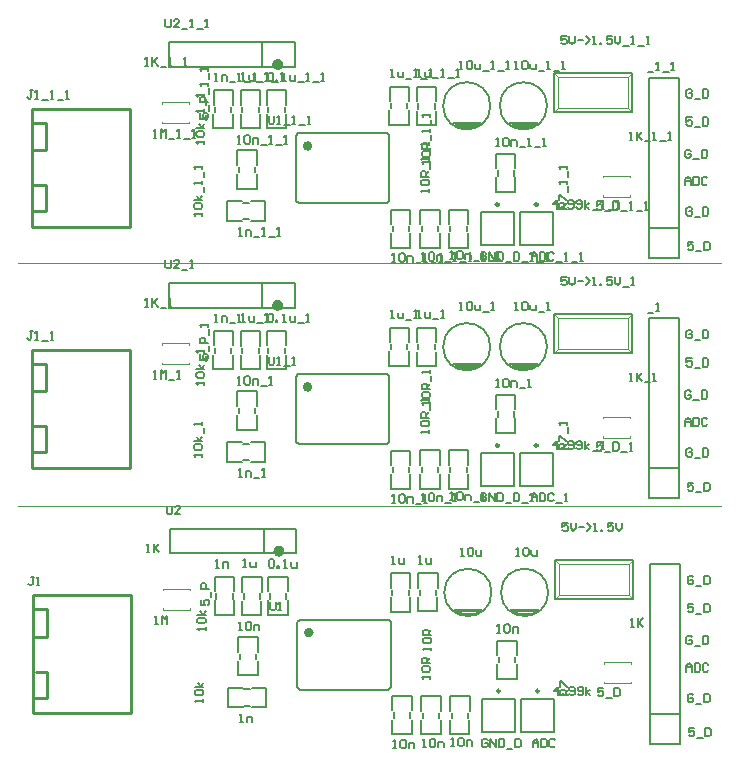
<source format=gto>
G04 Layer_Color=65535*
%FSTAX24Y24*%
%MOIN*%
G70*
G01*
G75*
%ADD19C,0.0197*%
%ADD29C,0.0100*%
%ADD30C,0.0098*%
%ADD31C,0.0079*%
%ADD32C,0.0020*%
%ADD33C,0.0040*%
%ADD34C,0.0070*%
G36*
X019728Y007461D02*
X01976Y00743D01*
X019777Y007389D01*
Y007366D01*
Y007344D01*
X01976Y007303D01*
X019728Y007272D01*
X019687Y007255D01*
X019643D01*
X019601Y007272D01*
X01957Y007303D01*
X019553Y007344D01*
Y007366D01*
Y007389D01*
X01957Y00743D01*
X019601Y007461D01*
X019643Y007478D01*
X019687D01*
X019728Y007461D01*
D02*
G37*
G36*
X019689Y01565D02*
X01972Y015619D01*
X019737Y015578D01*
Y015555D01*
Y015533D01*
X01972Y015492D01*
X019689Y015461D01*
X019648Y015444D01*
X019603D01*
X019562Y015461D01*
X019531Y015492D01*
X019514Y015533D01*
Y015555D01*
Y015578D01*
X019531Y015619D01*
X019562Y01565D01*
X019603Y015667D01*
X019648D01*
X019689Y01565D01*
D02*
G37*
G36*
X019689Y023682D02*
X01972Y02365D01*
X019737Y023609D01*
Y023587D01*
Y023565D01*
X01972Y023524D01*
X019689Y023492D01*
X019648Y023475D01*
X019603D01*
X019562Y023492D01*
X019531Y023524D01*
X019514Y023565D01*
Y023587D01*
Y023609D01*
X019531Y02365D01*
X019562Y023682D01*
X019603Y023699D01*
X019648D01*
X019689Y023682D01*
D02*
G37*
D19*
X018706Y026327D02*
G03*
X01871Y026299I-000084J-000028D01*
G01*
X018706Y018296D02*
G03*
X01871Y018268I-000084J-000028D01*
G01*
X018745Y010107D02*
G03*
X018749Y010079I-000084J-000028D01*
G01*
D29*
X019731Y023582D02*
G03*
X019731Y023582I-000112J0D01*
G01*
X019731Y01555D02*
G03*
X019731Y01555I-000112J0D01*
G01*
X01977Y007361D02*
G03*
X01977Y007361I-000112J0D01*
G01*
X010433Y024827D02*
X013701D01*
X010433Y02089D02*
Y024827D01*
Y02089D02*
X013701D01*
Y024827D01*
X010433Y024354D02*
X010906D01*
Y023449D02*
Y024354D01*
X010472Y023449D02*
X010906D01*
X010512Y022268D02*
X010906D01*
Y021402D02*
Y022268D01*
X010472Y021402D02*
X010906D01*
X010433Y016795D02*
X013701D01*
X010433Y012858D02*
Y016795D01*
Y012858D02*
X013701D01*
Y016795D01*
X010433Y016323D02*
X010906D01*
Y015417D02*
Y016323D01*
X010472Y015417D02*
X010906D01*
X010512Y014236D02*
X010906D01*
Y01337D02*
Y014236D01*
X010472Y01337D02*
X010906D01*
X010472Y008606D02*
X01374D01*
X010472Y004669D02*
Y008606D01*
Y004669D02*
X01374D01*
Y008606D01*
X010472Y008134D02*
X010945D01*
Y007228D02*
Y008134D01*
X010512Y007228D02*
X010945D01*
X010551Y006047D02*
X010945D01*
Y005181D02*
Y006047D01*
X010512Y005181D02*
X010945D01*
D30*
X027293Y021634D02*
G03*
X027293Y021634I-000049J0D01*
G01*
X025994D02*
G03*
X025994Y021634I-000049J0D01*
G01*
X025994Y013602D02*
G03*
X025994Y013602I-000049J0D01*
G01*
X027293D02*
G03*
X027293Y013602I-000049J0D01*
G01*
X027333Y005413D02*
G03*
X027333Y005413I-000049J0D01*
G01*
X026033D02*
G03*
X026033Y005413I-000049J0D01*
G01*
D31*
X025709Y024921D02*
G03*
X025709Y024921I-000787J0D01*
G01*
X027598D02*
G03*
X027598Y024921I-000787J0D01*
G01*
X027598Y01689D02*
G03*
X027598Y01689I-000787J0D01*
G01*
X025709D02*
G03*
X025709Y01689I-000787J0D01*
G01*
X025748Y008701D02*
G03*
X025748Y008701I-000787J0D01*
G01*
X027638D02*
G03*
X027638Y008701I-000787J0D01*
G01*
X027827Y024705D02*
Y026004D01*
Y024705D02*
X030425D01*
Y026004D01*
X027827D02*
X030425D01*
X015008Y027047D02*
X019205D01*
X015008Y02622D02*
X019205D01*
X015008D02*
Y027047D01*
X019205Y02622D02*
Y027047D01*
X01811Y02622D02*
Y027008D01*
X019934Y024004D02*
X021645D01*
X019234Y023926D02*
X019312Y024004D01*
X019934D01*
X022275D02*
X022344Y023935D01*
X021645Y024004D02*
X022275D01*
X019234Y021757D02*
Y023926D01*
Y021757D02*
X01932Y021671D01*
X022344Y021757D02*
Y023935D01*
X022259Y021671D02*
X022344Y021757D01*
X01932Y021671D02*
X022259D01*
X026693Y020276D02*
Y021378D01*
X026693Y020276D02*
X027795D01*
Y021378D01*
X026693Y021378D02*
X027795D01*
X025394Y020276D02*
Y021378D01*
X025394Y020276D02*
X026496D01*
Y021378D01*
X025394Y021378D02*
X026496D01*
X030996Y020862D02*
X031996D01*
Y019862D02*
Y025862D01*
X030996Y019862D02*
Y025862D01*
Y019862D02*
X031996D01*
X030996Y025862D02*
X031996D01*
X02402Y020193D02*
Y020666D01*
X02403Y020971D02*
Y021464D01*
X023375Y020971D02*
Y021464D01*
X023374Y020193D02*
Y020666D01*
X023375Y021464D02*
X02403D01*
X023374Y020193D02*
X02402D01*
X024967D02*
Y020666D01*
X024976Y020971D02*
Y021464D01*
X024321Y020971D02*
Y021464D01*
X02432Y020193D02*
Y020666D01*
X024321Y021464D02*
X024976D01*
X02432Y020193D02*
X024967D01*
X024603Y024254D02*
X024684D01*
Y024259D01*
X024528Y024249D02*
Y024291D01*
X025236D01*
Y024213D02*
Y024291D01*
X024646Y024213D02*
X025236D01*
X024646D02*
Y024291D01*
X024528D02*
X024646D01*
X024528D02*
X025394D01*
Y024331D01*
X024449D02*
X025394D01*
X026493Y024254D02*
X026574D01*
Y024259D01*
X026417Y024249D02*
Y024291D01*
X027126D01*
Y024213D02*
Y024291D01*
X026535Y024213D02*
X027126D01*
X026535D02*
Y024291D01*
X026417D02*
X026535D01*
X026417D02*
X027283D01*
Y024331D01*
X026339D02*
X027283D01*
X022397Y020987D02*
Y021461D01*
X022388Y020189D02*
Y020682D01*
X023043Y020189D02*
Y020682D01*
X023043Y020987D02*
Y021461D01*
X022388Y020189D02*
X023043D01*
X022397Y021461D02*
X023043D01*
X023902Y024287D02*
Y024761D01*
X023911Y025066D02*
Y025559D01*
X023257Y025066D02*
Y025559D01*
X023256Y024287D02*
Y024761D01*
X023257Y025559D02*
X023911D01*
X023256Y024287D02*
X023902D01*
X017918Y022162D02*
Y022635D01*
X017927Y02294D02*
Y023433D01*
X017272Y02294D02*
Y023433D01*
X017272Y022162D02*
Y022635D01*
X017272Y023433D02*
X017927D01*
X017272Y022162D02*
X017918D01*
X025901Y022838D02*
Y023311D01*
X025892Y02204D02*
Y022533D01*
X026547Y02204D02*
Y022533D01*
X026547Y022838D02*
Y023311D01*
X025892Y02204D02*
X026547D01*
X025901Y023311D02*
X026547D01*
X01649Y024964D02*
Y025437D01*
X016481Y024166D02*
Y024659D01*
X017136Y024166D02*
Y024659D01*
X017136Y024964D02*
Y025437D01*
X016481Y024166D02*
X017136D01*
X01649Y025437D02*
X017136D01*
X01772Y021737D02*
X018193D01*
X016921Y021746D02*
X017415D01*
X016921Y021091D02*
X017415D01*
X01772Y021091D02*
X018193D01*
X016921Y021091D02*
Y021746D01*
X018193Y021091D02*
Y021737D01*
X022356Y025082D02*
Y025555D01*
X022347Y024284D02*
Y024777D01*
X023002Y024284D02*
Y024777D01*
X023003Y025082D02*
Y025555D01*
X022347Y024284D02*
X023002D01*
X022356Y025555D02*
X023003D01*
X018036Y024169D02*
Y024642D01*
X018045Y024948D02*
Y025441D01*
X01739Y024948D02*
Y025441D01*
X01739Y024169D02*
Y024642D01*
X01739Y025441D02*
X018045D01*
X01739Y024169D02*
X018036D01*
X018263Y024964D02*
Y025437D01*
X018254Y024166D02*
Y024659D01*
X018909Y024166D02*
Y024659D01*
X018909Y024964D02*
Y025437D01*
X018254Y024166D02*
X018909D01*
X018263Y025437D02*
X018909D01*
X018263Y016932D02*
Y017405D01*
X018254Y016134D02*
Y016627D01*
X018909Y016134D02*
Y016627D01*
X018909Y016932D02*
Y017405D01*
X018254Y016134D02*
X018909D01*
X018263Y017405D02*
X018909D01*
X018036Y016138D02*
Y016611D01*
X018045Y016916D02*
Y017409D01*
X01739Y016916D02*
Y017409D01*
X01739Y016138D02*
Y016611D01*
X01739Y017409D02*
X018045D01*
X01739Y016138D02*
X018036D01*
X022356Y01705D02*
Y017524D01*
X022347Y016252D02*
Y016745D01*
X023002Y016252D02*
Y016745D01*
X023003Y01705D02*
Y017524D01*
X022347Y016252D02*
X023002D01*
X022356Y017524D02*
X023003D01*
X01772Y013705D02*
X018193D01*
X016921Y013715D02*
X017415D01*
X016921Y01306D02*
X017415D01*
X01772Y013059D02*
X018193D01*
X016921Y01306D02*
Y013715D01*
X018193Y013059D02*
Y013705D01*
X01649Y016932D02*
Y017405D01*
X016481Y016134D02*
Y016627D01*
X017136Y016134D02*
Y016627D01*
X017136Y016932D02*
Y017405D01*
X016481Y016134D02*
X017136D01*
X01649Y017405D02*
X017136D01*
X025901Y014806D02*
Y015279D01*
X025892Y014008D02*
Y014501D01*
X026547Y014008D02*
Y014501D01*
X026547Y014806D02*
Y015279D01*
X025892Y014008D02*
X026547D01*
X025901Y015279D02*
X026547D01*
X017918Y01413D02*
Y014603D01*
X017927Y014908D02*
Y015401D01*
X017272Y014908D02*
Y015401D01*
X017272Y01413D02*
Y014603D01*
X017272Y015401D02*
X017927D01*
X017272Y01413D02*
X017918D01*
X023902Y016256D02*
Y016729D01*
X023911Y017034D02*
Y017527D01*
X023257Y017034D02*
Y017527D01*
X023256Y016256D02*
Y016729D01*
X023257Y017527D02*
X023911D01*
X023256Y016256D02*
X023902D01*
X022397Y012956D02*
Y013429D01*
X022388Y012158D02*
Y012651D01*
X023043Y012158D02*
Y012651D01*
X023043Y012956D02*
Y013429D01*
X022388Y012158D02*
X023043D01*
X022397Y013429D02*
X023043D01*
X026493Y016222D02*
X026574D01*
Y016227D01*
X026417Y016218D02*
Y01626D01*
X027126D01*
Y016181D02*
Y01626D01*
X026535Y016181D02*
X027126D01*
X026535D02*
Y01626D01*
X026417D02*
X026535D01*
X026417D02*
X027283D01*
Y016299D01*
X026339D02*
X027283D01*
X024603Y016222D02*
X024684D01*
Y016227D01*
X024528Y016218D02*
Y01626D01*
X025236D01*
Y016181D02*
Y01626D01*
X024646Y016181D02*
X025236D01*
X024646D02*
Y01626D01*
X024528D02*
X024646D01*
X024528D02*
X025394D01*
Y016299D01*
X024449D02*
X025394D01*
X024967Y012161D02*
Y012635D01*
X024976Y01294D02*
Y013433D01*
X024321Y01294D02*
Y013433D01*
X02432Y012161D02*
Y012635D01*
X024321Y013433D02*
X024976D01*
X02432Y012161D02*
X024967D01*
X02402D02*
Y012635D01*
X02403Y01294D02*
Y013433D01*
X023375Y01294D02*
Y013433D01*
X023374Y012161D02*
Y012635D01*
X023375Y013433D02*
X02403D01*
X023374Y012161D02*
X02402D01*
X030996Y012831D02*
X031996D01*
Y011831D02*
Y017831D01*
X030996Y011831D02*
Y017831D01*
Y011831D02*
X031996D01*
X030996Y017831D02*
X031996D01*
X025394Y012244D02*
Y013346D01*
X025394Y012244D02*
X026496D01*
Y013346D01*
X025394Y013346D02*
X026496D01*
X026693Y012244D02*
Y013346D01*
X026693Y012244D02*
X027795D01*
Y013346D01*
X026693Y013346D02*
X027795D01*
X019934Y015972D02*
X021645D01*
X019234Y015894D02*
X019312Y015972D01*
X019934D01*
X022275D02*
X022344Y015903D01*
X021645Y015972D02*
X022275D01*
X019234Y013726D02*
Y015894D01*
Y013726D02*
X01932Y01364D01*
X022344Y013726D02*
Y015903D01*
X022259Y01364D02*
X022344Y013726D01*
X01932Y01364D02*
X022259D01*
X015008Y019016D02*
X019205D01*
X015008Y018189D02*
X019205D01*
X015008D02*
Y019016D01*
X019205Y018189D02*
Y019016D01*
X01811Y018189D02*
Y018976D01*
X027827Y016673D02*
Y017972D01*
Y016673D02*
X030425D01*
Y017972D01*
X027827D02*
X030425D01*
X02594Y006617D02*
Y00709D01*
X025931Y005819D02*
Y006312D01*
X026586Y005819D02*
Y006312D01*
X026587Y006617D02*
Y00709D01*
X025931Y005819D02*
X026586D01*
X02594Y00709D02*
X026587D01*
X026732Y004055D02*
Y005157D01*
X026732Y004055D02*
X027835D01*
Y005157D01*
X026732Y005157D02*
X027835D01*
X025006Y003973D02*
Y004446D01*
X025015Y004751D02*
Y005244D01*
X02436Y004751D02*
Y005244D01*
X02436Y003973D02*
Y004446D01*
X02436Y005244D02*
X025015D01*
X02436Y003973D02*
X025006D01*
X02406D02*
Y004446D01*
X024069Y004751D02*
Y005244D01*
X023414Y004751D02*
Y005244D01*
X023413Y003973D02*
Y004446D01*
X023414Y005244D02*
X024069D01*
X023413Y003973D02*
X02406D01*
X022436Y004767D02*
Y00524D01*
X022427Y003969D02*
Y004462D01*
X023082Y003969D02*
Y004462D01*
X023083Y004767D02*
Y00524D01*
X022427Y003969D02*
X023082D01*
X022436Y00524D02*
X023083D01*
X027866Y008484D02*
Y009783D01*
Y008484D02*
X030465D01*
Y009783D01*
X027866D02*
X030465D01*
X024643Y008033D02*
X024724D01*
Y008038D01*
X024567Y008029D02*
Y008071D01*
X025276D01*
Y007992D02*
Y008071D01*
X024685Y007992D02*
X025276D01*
X024685D02*
Y008071D01*
X024567D02*
X024685D01*
X024567D02*
X025433D01*
Y00811D01*
X024488D02*
X025433D01*
X026532Y008033D02*
X026613D01*
Y008038D01*
X026457Y008029D02*
Y008071D01*
X027165D01*
Y007992D02*
Y008071D01*
X026575Y007992D02*
X027165D01*
X026575D02*
Y008071D01*
X026457D02*
X026575D01*
X026457D02*
X027323D01*
Y00811D01*
X026378D02*
X027323D01*
X017759Y005516D02*
X018232D01*
X016961Y005526D02*
X017454D01*
X016961Y004871D02*
X017454D01*
X017759Y00487D02*
X018232D01*
X016961Y004871D02*
Y005526D01*
X018232Y00487D02*
Y005516D01*
X017957Y005941D02*
Y006414D01*
X017967Y006719D02*
Y007212D01*
X017312Y006719D02*
Y007212D01*
X017311Y005941D02*
Y006414D01*
X017312Y007212D02*
X017967D01*
X017311Y005941D02*
X017957D01*
X025433Y004055D02*
Y005157D01*
X025433Y004055D02*
X026535D01*
Y005157D01*
X025433Y005157D02*
X026535D01*
X018303Y008743D02*
Y009216D01*
X018293Y007945D02*
Y008438D01*
X018948Y007945D02*
Y008438D01*
X018949Y008743D02*
Y009216D01*
X018293Y007945D02*
X018948D01*
X018303Y009216D02*
X018949D01*
X031035Y004642D02*
X032035D01*
Y003642D02*
Y009642D01*
X031035Y003642D02*
Y009642D01*
Y003642D02*
X032035D01*
X031035Y009642D02*
X032035D01*
X018075Y007949D02*
Y008422D01*
X018085Y008727D02*
Y00922D01*
X01743Y008727D02*
Y00922D01*
X017429Y007949D02*
Y008422D01*
X01743Y00922D02*
X018085D01*
X017429Y007949D02*
X018075D01*
X022396Y008862D02*
Y009335D01*
X022386Y008063D02*
Y008556D01*
X023041Y008063D02*
Y008556D01*
X023042Y008862D02*
Y009335D01*
X022386Y008063D02*
X023041D01*
X022396Y009335D02*
X023042D01*
X019973Y007783D02*
X021684D01*
X019274Y007706D02*
X019352Y007783D01*
X019973D01*
X022315D02*
X022384Y007714D01*
X021684Y007783D02*
X022315D01*
X019274Y005537D02*
Y007706D01*
Y005537D02*
X01936Y005451D01*
X022384Y005537D02*
Y007714D01*
X022298Y005451D02*
X022384Y005537D01*
X01936Y005451D02*
X022298D01*
X015047Y010827D02*
X019244D01*
X015047Y01D02*
X019244D01*
X015047D02*
Y010827D01*
X019244Y01D02*
Y010827D01*
X01815Y01D02*
Y010787D01*
X01653Y008743D02*
Y009216D01*
X01652Y007945D02*
Y008438D01*
X017175Y007945D02*
Y008438D01*
X017176Y008743D02*
Y009216D01*
X01652Y007945D02*
X017175D01*
X01653Y009216D02*
X017176D01*
X023942Y008067D02*
Y00854D01*
X023951Y008845D02*
Y009338D01*
X023296Y008845D02*
Y009338D01*
X023295Y008067D02*
Y00854D01*
X023296Y009338D02*
X023951D01*
X023295Y008067D02*
X023942D01*
X032428Y024534D02*
X032244D01*
Y024396D01*
X032336Y024442D01*
X032382D01*
X032428Y024396D01*
Y024304D01*
X032382Y024259D01*
X03229D01*
X032244Y024304D01*
X03252Y024213D02*
X032703D01*
X032795Y024534D02*
Y024259D01*
X032933D01*
X032979Y024304D01*
Y024488D01*
X032933Y024534D01*
X032795D01*
X032428Y016503D02*
X032244D01*
Y016365D01*
X032336Y016411D01*
X032382D01*
X032428Y016365D01*
Y016273D01*
X032382Y016227D01*
X03229D01*
X032244Y016273D01*
X03252Y016181D02*
X032703D01*
X032795Y016503D02*
Y016227D01*
X032933D01*
X032979Y016273D01*
Y016457D01*
X032933Y016503D01*
X032795D01*
X032467Y008314D02*
X032283D01*
Y008176D01*
X032375Y008222D01*
X032421D01*
X032467Y008176D01*
Y008084D01*
X032421Y008038D01*
X032329D01*
X032283Y008084D01*
X032559Y007992D02*
X032743D01*
X032834Y008314D02*
Y008038D01*
X032972D01*
X033018Y008084D01*
Y008268D01*
X032972Y008314D01*
X032834D01*
X028255Y027244D02*
X028071D01*
Y027106D01*
X028163Y027152D01*
X028209D01*
X028255Y027106D01*
Y027014D01*
X028209Y026969D01*
X028117D01*
X028071Y027014D01*
X028346Y027244D02*
Y02706D01*
X028438Y026969D01*
X02853Y02706D01*
Y027244D01*
X028622Y027106D02*
X028806D01*
X028897Y026969D02*
X029035Y027106D01*
X028897Y027244D01*
X029127Y026969D02*
X029219D01*
X029173D01*
Y027244D01*
X029127Y027198D01*
X029357Y026969D02*
Y027014D01*
X029402D01*
Y026969D01*
X029357D01*
X02977Y027244D02*
X029586D01*
Y027106D01*
X029678Y027152D01*
X029724D01*
X02977Y027106D01*
Y027014D01*
X029724Y026969D01*
X029632D01*
X029586Y027014D01*
X029862Y027244D02*
Y02706D01*
X029953Y026969D01*
X030045Y02706D01*
Y027244D01*
X030137Y026923D02*
X030321D01*
X030413Y026969D02*
X030504D01*
X030459D01*
Y027244D01*
X030413Y027198D01*
X030642Y026923D02*
X030826D01*
X030918Y026969D02*
X03101D01*
X030964D01*
Y027244D01*
X030918Y027198D01*
X014877Y02781D02*
Y027581D01*
X014923Y027535D01*
X015015D01*
X015061Y027581D01*
Y02781D01*
X015337Y027535D02*
X015153D01*
X015337Y027718D01*
Y027764D01*
X015291Y02781D01*
X015199D01*
X015153Y027764D01*
X015428Y027489D02*
X015612D01*
X015704Y027535D02*
X015796D01*
X01575D01*
Y02781D01*
X015704Y027764D01*
X015934Y027489D02*
X016117D01*
X016209Y027535D02*
X016301D01*
X016255D01*
Y02781D01*
X016209Y027764D01*
X01833Y024596D02*
Y024366D01*
X018376Y02432D01*
X018468D01*
X018514Y024366D01*
Y024596D01*
X018605Y02432D02*
X018697D01*
X018651D01*
Y024596D01*
X018605Y02455D01*
X018835Y024274D02*
X019019D01*
X019111Y02432D02*
X019202D01*
X019156D01*
Y024596D01*
X019111Y02455D01*
X01934Y024274D02*
X019524D01*
X019616Y02432D02*
X019707D01*
X019662D01*
Y024596D01*
X019616Y02455D01*
X014488Y023858D02*
X01458D01*
X014534D01*
Y024134D01*
X014488Y024088D01*
X014718Y023858D02*
Y024134D01*
X01481Y024042D01*
X014901Y024134D01*
Y023858D01*
X014993Y023812D02*
X015177D01*
X015269Y023858D02*
X015361D01*
X015315D01*
Y024134D01*
X015269Y024088D01*
X015498Y023812D02*
X015682D01*
X015774Y023858D02*
X015866D01*
X01582D01*
Y024134D01*
X015774Y024088D01*
X014213Y02626D02*
X014304D01*
X014259D01*
Y026535D01*
X014213Y026489D01*
X014442Y026535D02*
Y02626D01*
Y026352D01*
X014626Y026535D01*
X014488Y026398D01*
X014626Y02626D01*
X014718Y026214D02*
X014901D01*
X014993Y02626D02*
X015085D01*
X015039D01*
Y026535D01*
X014993Y026489D01*
X015223Y026214D02*
X015406D01*
X015498Y02626D02*
X01559D01*
X015544D01*
Y026535D01*
X015498Y026489D01*
X030354Y02378D02*
X030446D01*
X0304D01*
Y024055D01*
X030354Y024009D01*
X030584Y024055D02*
Y02378D01*
Y023871D01*
X030768Y024055D01*
X03063Y023917D01*
X030768Y02378D01*
X030859Y023734D02*
X031043D01*
X031135Y02378D02*
X031227D01*
X031181D01*
Y024055D01*
X031135Y024009D01*
X031365Y023734D02*
X031548D01*
X03164Y02378D02*
X031732D01*
X031686D01*
Y024055D01*
X03164Y024009D01*
X027933Y021496D02*
Y021772D01*
X027795Y021634D01*
X027979D01*
X028071Y021496D02*
Y021542D01*
X028117D01*
Y021496D01*
X028071D01*
X0283Y021542D02*
X028346Y021496D01*
X028438D01*
X028484Y021542D01*
Y021726D01*
X028438Y021772D01*
X028346D01*
X0283Y021726D01*
Y02168D01*
X028346Y021634D01*
X028484D01*
X028576Y021542D02*
X028622Y021496D01*
X028714D01*
X02876Y021542D01*
Y021726D01*
X028714Y021772D01*
X028622D01*
X028576Y021726D01*
Y02168D01*
X028622Y021634D01*
X02876D01*
X028851Y021496D02*
Y021772D01*
Y021588D02*
X028989Y02168D01*
X028851Y021588D02*
X028989Y021496D01*
X029127Y02145D02*
X029311D01*
X029402Y021496D02*
X029494D01*
X029448D01*
Y021772D01*
X029402Y021726D01*
X029632Y02145D02*
X029816D01*
X029907Y021496D02*
X029999D01*
X029953D01*
Y021772D01*
X029907Y021726D01*
X028268Y021496D02*
X027992D01*
Y021634D01*
X028038Y02168D01*
X02813D01*
X028176Y021634D01*
Y021496D01*
Y021588D02*
X028268Y02168D01*
X027992Y021772D02*
Y021955D01*
X028038D01*
X028222Y021772D01*
X028268D01*
X028314Y022047D02*
Y022231D01*
X028268Y022323D02*
Y022414D01*
Y022368D01*
X027992D01*
X028038Y022323D01*
X028314Y022552D02*
Y022736D01*
X028268Y022828D02*
Y022919D01*
Y022874D01*
X027992D01*
X028038Y022828D01*
X016181Y023661D02*
Y023753D01*
Y023707D01*
X015906D01*
X015952Y023661D01*
Y023891D02*
X015906Y023937D01*
Y024029D01*
X015952Y024075D01*
X016135D01*
X016181Y024029D01*
Y023937D01*
X016135Y023891D01*
X015952D01*
X016181Y024167D02*
X015906D01*
X016089D02*
X015997Y024304D01*
X016089Y024167D02*
X016181Y024304D01*
X016227Y024442D02*
Y024626D01*
X016181Y024718D02*
Y024809D01*
Y024763D01*
X015906D01*
X015952Y024718D01*
X016227Y024947D02*
Y025131D01*
X016181Y025223D02*
Y025314D01*
Y025269D01*
X015906D01*
X015952Y025223D01*
X023661Y022047D02*
Y022139D01*
Y022093D01*
X023386D01*
X023432Y022047D01*
Y022277D02*
X023386Y022323D01*
Y022415D01*
X023432Y02246D01*
X023616D01*
X023661Y022415D01*
Y022323D01*
X023616Y022277D01*
X023432D01*
X023661Y022552D02*
X023386D01*
Y02269D01*
X023432Y022736D01*
X023524D01*
X02357Y02269D01*
Y022552D01*
Y022644D02*
X023661Y022736D01*
X023707Y022828D02*
Y023012D01*
X023661Y023103D02*
Y023195D01*
Y023149D01*
X023386D01*
X023432Y023103D01*
X023707Y023333D02*
Y023517D01*
X023661Y023608D02*
Y0237D01*
Y023654D01*
X023386D01*
X023432Y023608D01*
X023701Y022992D02*
Y023084D01*
Y023038D01*
X023425D01*
X023471Y022992D01*
Y023222D02*
X023425Y023268D01*
Y023359D01*
X023471Y023405D01*
X023655D01*
X023701Y023359D01*
Y023268D01*
X023655Y023222D01*
X023471D01*
X023701Y023497D02*
X023425D01*
Y023635D01*
X023471Y023681D01*
X023563D01*
X023609Y023635D01*
Y023497D01*
Y023589D02*
X023701Y023681D01*
X023747Y023773D02*
Y023956D01*
X023701Y024048D02*
Y02414D01*
Y024094D01*
X023425D01*
X023471Y024048D01*
X023747Y024278D02*
Y024461D01*
X023701Y024553D02*
Y024645D01*
Y024599D01*
X023425D01*
X023471Y024553D01*
X016102Y02126D02*
Y021352D01*
Y021306D01*
X015827D01*
X015873Y02126D01*
Y021489D02*
X015827Y021535D01*
Y021627D01*
X015873Y021673D01*
X016056D01*
X016102Y021627D01*
Y021535D01*
X016056Y021489D01*
X015873D01*
X016102Y021765D02*
X015827D01*
X016011D02*
X015919Y021903D01*
X016011Y021765D02*
X016102Y021903D01*
X016148Y02204D02*
Y022224D01*
X016102Y022316D02*
Y022408D01*
Y022362D01*
X015827D01*
X015873Y022316D01*
X016148Y022546D02*
Y022729D01*
X016102Y022821D02*
Y022913D01*
Y022867D01*
X015827D01*
X015873Y022821D01*
X016024Y024672D02*
Y024488D01*
X016161D01*
X016116Y02458D01*
Y024626D01*
X016161Y024672D01*
X016253D01*
X016299Y024626D01*
Y024534D01*
X016253Y024488D01*
X016345Y024764D02*
Y024947D01*
X016299Y025039D02*
X016024D01*
Y025177D01*
X01607Y025223D01*
X016161D01*
X016207Y025177D01*
Y025039D01*
X016345Y025315D02*
Y025498D01*
X016299Y02559D02*
Y025682D01*
Y025636D01*
X016024D01*
X01607Y02559D01*
X016345Y02582D02*
Y026003D01*
X016299Y026095D02*
Y026187D01*
Y026141D01*
X016024D01*
X01607Y026095D01*
X029436Y021732D02*
X029252D01*
Y021594D01*
X029344Y02164D01*
X02939D01*
X029436Y021594D01*
Y021503D01*
X02939Y021457D01*
X029298D01*
X029252Y021503D01*
X029527Y021411D02*
X029711D01*
X029803Y021732D02*
Y021457D01*
X029941D01*
X029987Y021503D01*
Y021686D01*
X029941Y021732D01*
X029803D01*
X030078Y021411D02*
X030262D01*
X030354Y021457D02*
X030446D01*
X0304D01*
Y021732D01*
X030354Y021686D01*
X030584Y021411D02*
X030767D01*
X030859Y021457D02*
X030951D01*
X030905D01*
Y021732D01*
X030859Y021686D01*
X027087Y019764D02*
Y019947D01*
X027178Y020039D01*
X02727Y019947D01*
Y019764D01*
Y019902D01*
X027087D01*
X027362Y020039D02*
Y019764D01*
X0275D01*
X027546Y01981D01*
Y019993D01*
X0275Y020039D01*
X027362D01*
X027821Y019993D02*
X027775Y020039D01*
X027684D01*
X027638Y019993D01*
Y01981D01*
X027684Y019764D01*
X027775D01*
X027821Y01981D01*
X027913Y019718D02*
X028097D01*
X028189Y019764D02*
X02828D01*
X028235D01*
Y020039D01*
X028189Y019993D01*
X028418Y019718D02*
X028602D01*
X028694Y019764D02*
X028786D01*
X02874D01*
Y020039D01*
X028694Y019993D01*
X025577D02*
X025531Y020039D01*
X02544D01*
X025394Y019993D01*
Y01981D01*
X02544Y019764D01*
X025531D01*
X025577Y01981D01*
Y019902D01*
X025486D01*
X025669Y019764D02*
Y020039D01*
X025853Y019764D01*
Y020039D01*
X025945D02*
Y019764D01*
X026082D01*
X026128Y01981D01*
Y019993D01*
X026082Y020039D01*
X025945D01*
X02622Y019718D02*
X026404D01*
X026496Y020039D02*
Y019764D01*
X026633D01*
X026679Y01981D01*
Y019993D01*
X026633Y020039D01*
X026496D01*
X026771Y019718D02*
X026955D01*
X027047Y019764D02*
X027139D01*
X027093D01*
Y020039D01*
X027047Y019993D01*
X027276Y019718D02*
X02746D01*
X027552Y019764D02*
X027644D01*
X027598D01*
Y020039D01*
X027552Y019993D01*
X030961Y026055D02*
X031144D01*
X031236Y0261D02*
X031328D01*
X031282D01*
Y026376D01*
X031236Y02633D01*
X031466Y026055D02*
X031649D01*
X031741Y0261D02*
X031833D01*
X031787D01*
Y026376D01*
X031741Y02633D01*
X010455Y025431D02*
X010363D01*
X010409D01*
Y025202D01*
X010363Y025156D01*
X010318D01*
X010272Y025202D01*
X010547Y025156D02*
X010639D01*
X010593D01*
Y025431D01*
X010547Y025386D01*
X010777Y02511D02*
X01096D01*
X011052Y025156D02*
X011144D01*
X011098D01*
Y025431D01*
X011052Y025386D01*
X011282Y02511D02*
X011466D01*
X011557Y025156D02*
X011649D01*
X011603D01*
Y025431D01*
X011557Y025386D01*
X023425Y019764D02*
X023517D01*
X023471D01*
Y020039D01*
X023425Y019993D01*
X023655D02*
X023701Y020039D01*
X023793D01*
X023838Y019993D01*
Y01981D01*
X023793Y019764D01*
X023701D01*
X023655Y01981D01*
Y019993D01*
X02393Y019764D02*
Y019947D01*
X024068D01*
X024114Y019902D01*
Y019764D01*
X024206Y019718D02*
X024389D01*
X024481Y019764D02*
X024573D01*
X024527D01*
Y020039D01*
X024481Y019993D01*
X024711Y019718D02*
X024895D01*
X024986Y019764D02*
X025078D01*
X025032D01*
Y020039D01*
X024986Y019993D01*
X02437Y019803D02*
X024462D01*
X024416D01*
Y020079D01*
X02437Y020033D01*
X0246D02*
X024646Y020079D01*
X024737D01*
X024783Y020033D01*
Y019849D01*
X024737Y019803D01*
X024646D01*
X0246Y019849D01*
Y020033D01*
X024875Y019803D02*
Y019987D01*
X025013D01*
X025059Y019941D01*
Y019803D01*
X025151Y019757D02*
X025334D01*
X025426Y019803D02*
X025518D01*
X025472D01*
Y020079D01*
X025426Y020033D01*
X025656Y019757D02*
X025839D01*
X025931Y019803D02*
X026023D01*
X025977D01*
Y020079D01*
X025931Y020033D01*
X024685Y026142D02*
X024777D01*
X024731D01*
Y026417D01*
X024685Y026371D01*
X024915D02*
X024961Y026417D01*
X025052D01*
X025098Y026371D01*
Y026188D01*
X025052Y026142D01*
X024961D01*
X024915Y026188D01*
Y026371D01*
X02519Y026325D02*
Y026188D01*
X025236Y026142D01*
X025374D01*
Y026325D01*
X025466Y026096D02*
X025649D01*
X025741Y026142D02*
X025833D01*
X025787D01*
Y026417D01*
X025741Y026371D01*
X025971Y026096D02*
X026154D01*
X026246Y026142D02*
X026338D01*
X026292D01*
Y026417D01*
X026246Y026371D01*
X026535Y026142D02*
X026627D01*
X026581D01*
Y026417D01*
X026535Y026371D01*
X026765D02*
X026811Y026417D01*
X026903D01*
X026949Y026371D01*
Y026188D01*
X026903Y026142D01*
X026811D01*
X026765Y026188D01*
Y026371D01*
X027041Y026325D02*
Y026188D01*
X027086Y026142D01*
X027224D01*
Y026325D01*
X027316Y026096D02*
X0275D01*
X027592Y026142D02*
X027683D01*
X027637D01*
Y026417D01*
X027592Y026371D01*
X027821Y026096D02*
X028005D01*
X028097Y026142D02*
X028188D01*
X028143D01*
Y026417D01*
X028097Y026371D01*
X022441Y019724D02*
X022533D01*
X022487D01*
Y02D01*
X022441Y019954D01*
X022671D02*
X022716Y02D01*
X022808D01*
X022854Y019954D01*
Y01977D01*
X022808Y019724D01*
X022716D01*
X022671Y01977D01*
Y019954D01*
X022946Y019724D02*
Y019908D01*
X023084D01*
X02313Y019862D01*
Y019724D01*
X023222Y019678D02*
X023405D01*
X023497Y019724D02*
X023589D01*
X023543D01*
Y02D01*
X023497Y019954D01*
X023727Y019678D02*
X02391D01*
X024002Y019724D02*
X024094D01*
X024048D01*
Y02D01*
X024002Y019954D01*
X023291Y02588D02*
X023382D01*
X023337D01*
Y026156D01*
X023291Y02611D01*
X02352Y026064D02*
Y025926D01*
X023566Y02588D01*
X023704D01*
Y026064D01*
X023796Y025835D02*
X023979D01*
X024071Y02588D02*
X024163D01*
X024117D01*
Y026156D01*
X024071Y02611D01*
X024301Y025835D02*
X024484D01*
X024576Y02588D02*
X024668D01*
X024622D01*
Y026156D01*
X024576Y02611D01*
X017283Y023661D02*
X017375D01*
X017329D01*
Y023937D01*
X017283Y023891D01*
X017513D02*
X017559Y023937D01*
X017651D01*
X017697Y023891D01*
Y023707D01*
X017651Y023661D01*
X017559D01*
X017513Y023707D01*
Y023891D01*
X017789Y023661D02*
Y023845D01*
X017926D01*
X017972Y023799D01*
Y023661D01*
X018064Y023616D02*
X018248D01*
X01834Y023661D02*
X018431D01*
X018385D01*
Y023937D01*
X01834Y023891D01*
X018569Y023616D02*
X018753D01*
X018845Y023661D02*
X018936D01*
X018891D01*
Y023937D01*
X018845Y023891D01*
X025906Y023583D02*
X025997D01*
X025951D01*
Y023858D01*
X025906Y023812D01*
X026135D02*
X026181Y023858D01*
X026273D01*
X026319Y023812D01*
Y023629D01*
X026273Y023583D01*
X026181D01*
X026135Y023629D01*
Y023812D01*
X026411Y023583D02*
Y023766D01*
X026548D01*
X026594Y02372D01*
Y023583D01*
X026686Y023537D02*
X02687D01*
X026962Y023583D02*
X027053D01*
X027008D01*
Y023858D01*
X026962Y023812D01*
X027191Y023537D02*
X027375D01*
X027467Y023583D02*
X027559D01*
X027513D01*
Y023858D01*
X027467Y023812D01*
X016521Y02575D02*
X016612D01*
X016567D01*
Y026026D01*
X016521Y02598D01*
X01675Y02575D02*
Y025934D01*
X016888D01*
X016934Y025888D01*
Y02575D01*
X017026Y025705D02*
X017209D01*
X017301Y02575D02*
X017393D01*
X017347D01*
Y026026D01*
X017301Y02598D01*
X017531Y025705D02*
X017714D01*
X017806Y02575D02*
X017898D01*
X017852D01*
Y026026D01*
X017806Y02598D01*
X017323Y020591D02*
X017415D01*
X017369D01*
Y020866D01*
X017323Y02082D01*
X017552Y020591D02*
Y020774D01*
X01769D01*
X017736Y020728D01*
Y020591D01*
X017828Y020545D02*
X018012D01*
X018103Y020591D02*
X018195D01*
X018149D01*
Y020866D01*
X018103Y02082D01*
X018333Y020545D02*
X018517D01*
X018609Y020591D02*
X0187D01*
X018654D01*
Y020866D01*
X018609Y02082D01*
X022391Y02587D02*
X022482D01*
X022437D01*
Y026146D01*
X022391Y0261D01*
X02262Y026054D02*
Y025916D01*
X022666Y02587D01*
X022804D01*
Y026054D01*
X022896Y025825D02*
X023079D01*
X023171Y02587D02*
X023263D01*
X023217D01*
Y026146D01*
X023171Y0261D01*
X023401Y025825D02*
X023584D01*
X023676Y02587D02*
X023768D01*
X023722D01*
Y026146D01*
X023676Y0261D01*
X017431Y02576D02*
X017522D01*
X017477D01*
Y026036D01*
X017431Y02599D01*
X01766Y025944D02*
Y025806D01*
X017706Y02576D01*
X017844D01*
Y025944D01*
X017936Y025715D02*
X018119D01*
X018211Y02576D02*
X018303D01*
X018257D01*
Y026036D01*
X018211Y02599D01*
X018441Y025715D02*
X018624D01*
X018716Y02576D02*
X018808D01*
X018762D01*
Y026036D01*
X018716Y02599D01*
X018291Y02598D02*
X018337Y026026D01*
X018428D01*
X018474Y02598D01*
Y025796D01*
X018428Y02575D01*
X018337D01*
X018291Y025796D01*
Y02598D01*
X018566Y02575D02*
Y025796D01*
X018612D01*
Y02575D01*
X018566D01*
X018796D02*
X018888D01*
X018842D01*
Y026026D01*
X018796Y02598D01*
X019025Y025934D02*
Y025796D01*
X019071Y02575D01*
X019209D01*
Y025934D01*
X019301Y025705D02*
X019484D01*
X019576Y02575D02*
X019668D01*
X019622D01*
Y026026D01*
X019576Y02598D01*
X019806Y025705D02*
X01999D01*
X020081Y02575D02*
X020173D01*
X020127D01*
Y026026D01*
X020081Y02598D01*
X032205Y022283D02*
Y022467D01*
X032297Y022559D01*
X032388Y022467D01*
Y022283D01*
Y022421D01*
X032205D01*
X03248Y022559D02*
Y022283D01*
X032618D01*
X032664Y022329D01*
Y022513D01*
X032618Y022559D01*
X03248D01*
X032939Y022513D02*
X032893Y022559D01*
X032802D01*
X032756Y022513D01*
Y022329D01*
X032802Y022283D01*
X032893D01*
X032939Y022329D01*
X032467Y020394D02*
X032283D01*
Y020256D01*
X032375Y020302D01*
X032421D01*
X032467Y020256D01*
Y020164D01*
X032421Y020118D01*
X032329D01*
X032283Y020164D01*
X032559Y020072D02*
X032743D01*
X032834Y020394D02*
Y020118D01*
X032972D01*
X033018Y020164D01*
Y020348D01*
X032972Y020394D01*
X032834D01*
X032428Y021489D02*
X032382Y021535D01*
X03229D01*
X032244Y021489D01*
Y021306D01*
X03229Y02126D01*
X032382D01*
X032428Y021306D01*
Y021398D01*
X032336D01*
X03252Y021214D02*
X032703D01*
X032795Y021535D02*
Y02126D01*
X032933D01*
X032979Y021306D01*
Y021489D01*
X032933Y021535D01*
X032795D01*
X032388Y023419D02*
X032342Y023464D01*
X032251D01*
X032205Y023419D01*
Y023235D01*
X032251Y023189D01*
X032342D01*
X032388Y023235D01*
Y023327D01*
X032297D01*
X03248Y023143D02*
X032664D01*
X032756Y023464D02*
Y023189D01*
X032893D01*
X032939Y023235D01*
Y023419D01*
X032893Y023464D01*
X032756D01*
X032428Y025426D02*
X032382Y025472D01*
X03229D01*
X032244Y025426D01*
Y025243D01*
X03229Y025197D01*
X032382D01*
X032428Y025243D01*
Y025335D01*
X032336D01*
X03252Y025151D02*
X032703D01*
X032795Y025472D02*
Y025197D01*
X032933D01*
X032979Y025243D01*
Y025426D01*
X032933Y025472D01*
X032795D01*
X018291Y017949D02*
X018337Y017994D01*
X018428D01*
X018474Y017949D01*
Y017765D01*
X018428Y017719D01*
X018337D01*
X018291Y017765D01*
Y017949D01*
X018566Y017719D02*
Y017765D01*
X018612D01*
Y017719D01*
X018566D01*
X018796D02*
X018888D01*
X018842D01*
Y017994D01*
X018796Y017949D01*
X019025Y017903D02*
Y017765D01*
X019071Y017719D01*
X019209D01*
Y017903D01*
X019301Y017673D02*
X019484D01*
X019576Y017719D02*
X019668D01*
X019622D01*
Y017994D01*
X019576Y017949D01*
X017431Y017729D02*
X017522D01*
X017477D01*
Y018004D01*
X017431Y017959D01*
X01766Y017913D02*
Y017775D01*
X017706Y017729D01*
X017844D01*
Y017913D01*
X017936Y017683D02*
X018119D01*
X018211Y017729D02*
X018303D01*
X018257D01*
Y018004D01*
X018211Y017959D01*
X022391Y017839D02*
X022482D01*
X022437D01*
Y018114D01*
X022391Y018069D01*
X02262Y018023D02*
Y017885D01*
X022666Y017839D01*
X022804D01*
Y018023D01*
X022896Y017793D02*
X023079D01*
X023171Y017839D02*
X023263D01*
X023217D01*
Y018114D01*
X023171Y018069D01*
X017323Y012559D02*
X017415D01*
X017369D01*
Y012835D01*
X017323Y012789D01*
X017552Y012559D02*
Y012743D01*
X01769D01*
X017736Y012697D01*
Y012559D01*
X017828Y012513D02*
X018012D01*
X018103Y012559D02*
X018195D01*
X018149D01*
Y012835D01*
X018103Y012789D01*
X016521Y017719D02*
X016612D01*
X016567D01*
Y017994D01*
X016521Y017949D01*
X01675Y017719D02*
Y017903D01*
X016888D01*
X016934Y017857D01*
Y017719D01*
X017026Y017673D02*
X017209D01*
X017301Y017719D02*
X017393D01*
X017347D01*
Y017994D01*
X017301Y017949D01*
X025906Y015551D02*
X025997D01*
X025951D01*
Y015827D01*
X025906Y015781D01*
X026135D02*
X026181Y015827D01*
X026273D01*
X026319Y015781D01*
Y015597D01*
X026273Y015551D01*
X026181D01*
X026135Y015597D01*
Y015781D01*
X026411Y015551D02*
Y015735D01*
X026548D01*
X026594Y015689D01*
Y015551D01*
X026686Y015505D02*
X02687D01*
X026962Y015551D02*
X027053D01*
X027008D01*
Y015827D01*
X026962Y015781D01*
X017283Y01563D02*
X017375D01*
X017329D01*
Y015905D01*
X017283Y01586D01*
X017513D02*
X017559Y015905D01*
X017651D01*
X017697Y01586D01*
Y015676D01*
X017651Y01563D01*
X017559D01*
X017513Y015676D01*
Y01586D01*
X017789Y01563D02*
Y015814D01*
X017926D01*
X017972Y015768D01*
Y01563D01*
X018064Y015584D02*
X018248D01*
X01834Y01563D02*
X018431D01*
X018385D01*
Y015905D01*
X01834Y01586D01*
X023291Y017849D02*
X023382D01*
X023337D01*
Y018124D01*
X023291Y018079D01*
X02352Y018033D02*
Y017895D01*
X023566Y017849D01*
X023704D01*
Y018033D01*
X023796Y017803D02*
X023979D01*
X024071Y017849D02*
X024163D01*
X024117D01*
Y018124D01*
X024071Y018079D01*
X022441Y011693D02*
X022533D01*
X022487D01*
Y011968D01*
X022441Y011923D01*
X022671D02*
X022716Y011968D01*
X022808D01*
X022854Y011923D01*
Y011739D01*
X022808Y011693D01*
X022716D01*
X022671Y011739D01*
Y011923D01*
X022946Y011693D02*
Y011877D01*
X023084D01*
X02313Y011831D01*
Y011693D01*
X023222Y011647D02*
X023405D01*
X023497Y011693D02*
X023589D01*
X023543D01*
Y011968D01*
X023497Y011923D01*
X026535Y01811D02*
X026627D01*
X026581D01*
Y018386D01*
X026535Y01834D01*
X026765D02*
X026811Y018386D01*
X026903D01*
X026949Y01834D01*
Y018156D01*
X026903Y01811D01*
X026811D01*
X026765Y018156D01*
Y01834D01*
X027041Y018294D02*
Y018156D01*
X027086Y01811D01*
X027224D01*
Y018294D01*
X027316Y018064D02*
X0275D01*
X027592Y01811D02*
X027683D01*
X027637D01*
Y018386D01*
X027592Y01834D01*
X024685Y01811D02*
X024777D01*
X024731D01*
Y018386D01*
X024685Y01834D01*
X024915D02*
X024961Y018386D01*
X025052D01*
X025098Y01834D01*
Y018156D01*
X025052Y01811D01*
X024961D01*
X024915Y018156D01*
Y01834D01*
X02519Y018294D02*
Y018156D01*
X025236Y01811D01*
X025374D01*
Y018294D01*
X025466Y018064D02*
X025649D01*
X025741Y01811D02*
X025833D01*
X025787D01*
Y018386D01*
X025741Y01834D01*
X02437Y011772D02*
X024462D01*
X024416D01*
Y012047D01*
X02437Y012001D01*
X0246D02*
X024646Y012047D01*
X024737D01*
X024783Y012001D01*
Y011818D01*
X024737Y011772D01*
X024646D01*
X0246Y011818D01*
Y012001D01*
X024875Y011772D02*
Y011955D01*
X025013D01*
X025059Y011909D01*
Y011772D01*
X025151Y011726D02*
X025334D01*
X025426Y011772D02*
X025518D01*
X025472D01*
Y012047D01*
X025426Y012001D01*
X023425Y011732D02*
X023517D01*
X023471D01*
Y012008D01*
X023425Y011962D01*
X023655D02*
X023701Y012008D01*
X023793D01*
X023838Y011962D01*
Y011778D01*
X023793Y011732D01*
X023701D01*
X023655Y011778D01*
Y011962D01*
X02393Y011732D02*
Y011916D01*
X024068D01*
X024114Y01187D01*
Y011732D01*
X024206Y011686D02*
X024389D01*
X024481Y011732D02*
X024573D01*
X024527D01*
Y012008D01*
X024481Y011962D01*
X010455Y0174D02*
X010363D01*
X010409D01*
Y01717D01*
X010363Y017124D01*
X010318D01*
X010272Y01717D01*
X010547Y017124D02*
X010639D01*
X010593D01*
Y0174D01*
X010547Y017354D01*
X010777Y017079D02*
X01096D01*
X011052Y017124D02*
X011144D01*
X011098D01*
Y0174D01*
X011052Y017354D01*
X030961Y018023D02*
X031144D01*
X031236Y018069D02*
X031328D01*
X031282D01*
Y018344D01*
X031236Y018299D01*
X025577Y011962D02*
X025531Y012008D01*
X02544D01*
X025394Y011962D01*
Y011778D01*
X02544Y011732D01*
X025531D01*
X025577Y011778D01*
Y01187D01*
X025486D01*
X025669Y011732D02*
Y012008D01*
X025853Y011732D01*
Y012008D01*
X025945D02*
Y011732D01*
X026082D01*
X026128Y011778D01*
Y011962D01*
X026082Y012008D01*
X025945D01*
X02622Y011686D02*
X026404D01*
X026496Y012008D02*
Y011732D01*
X026633D01*
X026679Y011778D01*
Y011962D01*
X026633Y012008D01*
X026496D01*
X026771Y011686D02*
X026955D01*
X027047Y011732D02*
X027139D01*
X027093D01*
Y012008D01*
X027047Y011962D01*
X027087Y011732D02*
Y011916D01*
X027178Y012008D01*
X02727Y011916D01*
Y011732D01*
Y01187D01*
X027087D01*
X027362Y012008D02*
Y011732D01*
X0275D01*
X027546Y011778D01*
Y011962D01*
X0275Y012008D01*
X027362D01*
X027821Y011962D02*
X027775Y012008D01*
X027684D01*
X027638Y011962D01*
Y011778D01*
X027684Y011732D01*
X027775D01*
X027821Y011778D01*
X027913Y011686D02*
X028097D01*
X028189Y011732D02*
X02828D01*
X028235D01*
Y012008D01*
X028189Y011962D01*
X029436Y013701D02*
X029252D01*
Y013563D01*
X029344Y013609D01*
X02939D01*
X029436Y013563D01*
Y013471D01*
X02939Y013425D01*
X029298D01*
X029252Y013471D01*
X029527Y013379D02*
X029711D01*
X029803Y013701D02*
Y013425D01*
X029941D01*
X029987Y013471D01*
Y013655D01*
X029941Y013701D01*
X029803D01*
X030078Y013379D02*
X030262D01*
X030354Y013425D02*
X030446D01*
X0304D01*
Y013701D01*
X030354Y013655D01*
X016024Y01664D02*
Y016457D01*
X016161D01*
X016116Y016549D01*
Y016594D01*
X016161Y01664D01*
X016253D01*
X016299Y016594D01*
Y016503D01*
X016253Y016457D01*
X016345Y016732D02*
Y016916D01*
X016299Y017008D02*
X016024D01*
Y017145D01*
X01607Y017191D01*
X016161D01*
X016207Y017145D01*
Y017008D01*
X016345Y017283D02*
Y017467D01*
X016299Y017559D02*
Y017651D01*
Y017605D01*
X016024D01*
X01607Y017559D01*
X016102Y013228D02*
Y01332D01*
Y013274D01*
X015827D01*
X015873Y013228D01*
Y013458D02*
X015827Y013504D01*
Y013596D01*
X015873Y013642D01*
X016056D01*
X016102Y013596D01*
Y013504D01*
X016056Y013458D01*
X015873D01*
X016102Y013733D02*
X015827D01*
X016011D02*
X015919Y013871D01*
X016011Y013733D02*
X016102Y013871D01*
X016148Y014009D02*
Y014193D01*
X016102Y014284D02*
Y014376D01*
Y01433D01*
X015827D01*
X015873Y014284D01*
X023701Y014961D02*
Y015052D01*
Y015007D01*
X023425D01*
X023471Y014961D01*
Y01519D02*
X023425Y015236D01*
Y015328D01*
X023471Y015374D01*
X023655D01*
X023701Y015328D01*
Y015236D01*
X023655Y01519D01*
X023471D01*
X023701Y015466D02*
X023425D01*
Y015603D01*
X023471Y015649D01*
X023563D01*
X023609Y015603D01*
Y015466D01*
Y015558D02*
X023701Y015649D01*
X023747Y015741D02*
Y015925D01*
X023701Y016017D02*
Y016109D01*
Y016063D01*
X023425D01*
X023471Y016017D01*
X023661Y014016D02*
Y014108D01*
Y014062D01*
X023386D01*
X023432Y014016D01*
Y014245D02*
X023386Y014291D01*
Y014383D01*
X023432Y014429D01*
X023616D01*
X023661Y014383D01*
Y014291D01*
X023616Y014245D01*
X023432D01*
X023661Y014521D02*
X023386D01*
Y014659D01*
X023432Y014705D01*
X023524D01*
X02357Y014659D01*
Y014521D01*
Y014613D02*
X023661Y014705D01*
X023707Y014796D02*
Y01498D01*
X023661Y015072D02*
Y015164D01*
Y015118D01*
X023386D01*
X023432Y015072D01*
X016181Y01563D02*
Y015722D01*
Y015676D01*
X015906D01*
X015952Y01563D01*
Y01586D02*
X015906Y015905D01*
Y015997D01*
X015952Y016043D01*
X016135D01*
X016181Y015997D01*
Y015905D01*
X016135Y01586D01*
X015952D01*
X016181Y016135D02*
X015906D01*
X016089D02*
X015997Y016273D01*
X016089Y016135D02*
X016181Y016273D01*
X016227Y016411D02*
Y016594D01*
X016181Y016686D02*
Y016778D01*
Y016732D01*
X015906D01*
X015952Y016686D01*
X028268Y013465D02*
X027992D01*
Y013602D01*
X028038Y013648D01*
X02813D01*
X028176Y013602D01*
Y013465D01*
Y013556D02*
X028268Y013648D01*
X027992Y01374D02*
Y013924D01*
X028038D01*
X028222Y01374D01*
X028268D01*
X028314Y014016D02*
Y014199D01*
X028268Y014291D02*
Y014383D01*
Y014337D01*
X027992D01*
X028038Y014291D01*
X027933Y013465D02*
Y01374D01*
X027795Y013602D01*
X027979D01*
X028071Y013465D02*
Y01351D01*
X028117D01*
Y013465D01*
X028071D01*
X0283Y01351D02*
X028346Y013465D01*
X028438D01*
X028484Y01351D01*
Y013694D01*
X028438Y01374D01*
X028346D01*
X0283Y013694D01*
Y013648D01*
X028346Y013602D01*
X028484D01*
X028576Y01351D02*
X028622Y013465D01*
X028714D01*
X02876Y01351D01*
Y013694D01*
X028714Y01374D01*
X028622D01*
X028576Y013694D01*
Y013648D01*
X028622Y013602D01*
X02876D01*
X028851Y013465D02*
Y01374D01*
Y013556D02*
X028989Y013648D01*
X028851Y013556D02*
X028989Y013465D01*
X029127Y013419D02*
X029311D01*
X029402Y013465D02*
X029494D01*
X029448D01*
Y01374D01*
X029402Y013694D01*
X030354Y015748D02*
X030446D01*
X0304D01*
Y016024D01*
X030354Y015978D01*
X030584Y016024D02*
Y015748D01*
Y01584D01*
X030768Y016024D01*
X03063Y015886D01*
X030768Y015748D01*
X030859Y015702D02*
X031043D01*
X031135Y015748D02*
X031227D01*
X031181D01*
Y016024D01*
X031135Y015978D01*
X014213Y018228D02*
X014304D01*
X014259D01*
Y018504D01*
X014213Y018458D01*
X014442Y018504D02*
Y018228D01*
Y01832D01*
X014626Y018504D01*
X014488Y018366D01*
X014626Y018228D01*
X014718Y018182D02*
X014901D01*
X014993Y018228D02*
X015085D01*
X015039D01*
Y018504D01*
X014993Y018458D01*
X014488Y015827D02*
X01458D01*
X014534D01*
Y016102D01*
X014488Y016056D01*
X014718Y015827D02*
Y016102D01*
X01481Y01601D01*
X014901Y016102D01*
Y015827D01*
X014993Y015781D02*
X015177D01*
X015269Y015827D02*
X015361D01*
X015315D01*
Y016102D01*
X015269Y016056D01*
X01833Y016564D02*
Y016335D01*
X018376Y016289D01*
X018468D01*
X018514Y016335D01*
Y016564D01*
X018605Y016289D02*
X018697D01*
X018651D01*
Y016564D01*
X018605Y016518D01*
X018835Y016243D02*
X019019D01*
X019111Y016289D02*
X019202D01*
X019156D01*
Y016564D01*
X019111Y016518D01*
X014877Y019779D02*
Y019549D01*
X014923Y019503D01*
X015015D01*
X015061Y019549D01*
Y019779D01*
X015337Y019503D02*
X015153D01*
X015337Y019687D01*
Y019733D01*
X015291Y019779D01*
X015199D01*
X015153Y019733D01*
X015428Y019457D02*
X015612D01*
X015704Y019503D02*
X015796D01*
X01575D01*
Y019779D01*
X015704Y019733D01*
X028255Y019213D02*
X028071D01*
Y019075D01*
X028163Y019121D01*
X028209D01*
X028255Y019075D01*
Y018983D01*
X028209Y018937D01*
X028117D01*
X028071Y018983D01*
X028346Y019213D02*
Y019029D01*
X028438Y018937D01*
X02853Y019029D01*
Y019213D01*
X028622Y019075D02*
X028806D01*
X028897Y018937D02*
X029035Y019075D01*
X028897Y019213D01*
X029127Y018937D02*
X029219D01*
X029173D01*
Y019213D01*
X029127Y019167D01*
X029357Y018937D02*
Y018983D01*
X029402D01*
Y018937D01*
X029357D01*
X02977Y019213D02*
X029586D01*
Y019075D01*
X029678Y019121D01*
X029724D01*
X02977Y019075D01*
Y018983D01*
X029724Y018937D01*
X029632D01*
X029586Y018983D01*
X029862Y019213D02*
Y019029D01*
X029953Y018937D01*
X030045Y019029D01*
Y019213D01*
X030137Y018891D02*
X030321D01*
X030413Y018937D02*
X030504D01*
X030459D01*
Y019213D01*
X030413Y019167D01*
X032428Y017395D02*
X032382Y017441D01*
X03229D01*
X032244Y017395D01*
Y017211D01*
X03229Y017165D01*
X032382D01*
X032428Y017211D01*
Y017303D01*
X032336D01*
X03252Y017119D02*
X032703D01*
X032795Y017441D02*
Y017165D01*
X032933D01*
X032979Y017211D01*
Y017395D01*
X032933Y017441D01*
X032795D01*
X032388Y015387D02*
X032342Y015433D01*
X032251D01*
X032205Y015387D01*
Y015203D01*
X032251Y015157D01*
X032342D01*
X032388Y015203D01*
Y015295D01*
X032297D01*
X03248Y015112D02*
X032664D01*
X032756Y015433D02*
Y015157D01*
X032893D01*
X032939Y015203D01*
Y015387D01*
X032893Y015433D01*
X032756D01*
X032428Y013458D02*
X032382Y013504D01*
X03229D01*
X032244Y013458D01*
Y013274D01*
X03229Y013228D01*
X032382D01*
X032428Y013274D01*
Y013366D01*
X032336D01*
X03252Y013182D02*
X032703D01*
X032795Y013504D02*
Y013228D01*
X032933D01*
X032979Y013274D01*
Y013458D01*
X032933Y013504D01*
X032795D01*
X032467Y012362D02*
X032283D01*
Y012224D01*
X032375Y01227D01*
X032421D01*
X032467Y012224D01*
Y012133D01*
X032421Y012087D01*
X032329D01*
X032283Y012133D01*
X032559Y012041D02*
X032743D01*
X032834Y012362D02*
Y012087D01*
X032972D01*
X033018Y012133D01*
Y012316D01*
X032972Y012362D01*
X032834D01*
X032205Y014252D02*
Y014436D01*
X032297Y014527D01*
X032388Y014436D01*
Y014252D01*
Y01439D01*
X032205D01*
X03248Y014527D02*
Y014252D01*
X032618D01*
X032664Y014298D01*
Y014482D01*
X032618Y014527D01*
X03248D01*
X032939Y014482D02*
X032893Y014527D01*
X032802D01*
X032756Y014482D01*
Y014298D01*
X032802Y014252D01*
X032893D01*
X032939Y014298D01*
X032244Y006063D02*
Y006247D01*
X032336Y006338D01*
X032428Y006247D01*
Y006063D01*
Y006201D01*
X032244D01*
X03252Y006338D02*
Y006063D01*
X032657D01*
X032703Y006109D01*
Y006293D01*
X032657Y006338D01*
X03252D01*
X032979Y006293D02*
X032933Y006338D01*
X032841D01*
X032795Y006293D01*
Y006109D01*
X032841Y006063D01*
X032933D01*
X032979Y006109D01*
X032506Y004173D02*
X032323D01*
Y004035D01*
X032415Y004081D01*
X032461D01*
X032506Y004035D01*
Y003944D01*
X032461Y003898D01*
X032369D01*
X032323Y003944D01*
X032598Y003852D02*
X032782D01*
X032874Y004173D02*
Y003898D01*
X033012D01*
X033058Y003944D01*
Y004127D01*
X033012Y004173D01*
X032874D01*
X032467Y005269D02*
X032421Y005315D01*
X032329D01*
X032283Y005269D01*
Y005085D01*
X032329Y005039D01*
X032421D01*
X032467Y005085D01*
Y005177D01*
X032375D01*
X032559Y004993D02*
X032743D01*
X032834Y005315D02*
Y005039D01*
X032972D01*
X033018Y005085D01*
Y005269D01*
X032972Y005315D01*
X032834D01*
X032428Y007198D02*
X032382Y007244D01*
X03229D01*
X032244Y007198D01*
Y007014D01*
X03229Y006969D01*
X032382D01*
X032428Y007014D01*
Y007106D01*
X032336D01*
X03252Y006923D02*
X032703D01*
X032795Y007244D02*
Y006969D01*
X032933D01*
X032979Y007014D01*
Y007198D01*
X032933Y007244D01*
X032795D01*
X032467Y009206D02*
X032421Y009252D01*
X032329D01*
X032283Y009206D01*
Y009022D01*
X032329Y008976D01*
X032421D01*
X032467Y009022D01*
Y009114D01*
X032375D01*
X032559Y00893D02*
X032743D01*
X032834Y009252D02*
Y008976D01*
X032972D01*
X033018Y009022D01*
Y009206D01*
X032972Y009252D01*
X032834D01*
X027972Y005276D02*
Y005551D01*
X027835Y005413D01*
X028018D01*
X02811Y005276D02*
Y005322D01*
X028156D01*
Y005276D01*
X02811D01*
X02834Y005322D02*
X028386Y005276D01*
X028477D01*
X028523Y005322D01*
Y005505D01*
X028477Y005551D01*
X028386D01*
X02834Y005505D01*
Y005459D01*
X028386Y005413D01*
X028523D01*
X028615Y005322D02*
X028661Y005276D01*
X028753D01*
X028799Y005322D01*
Y005505D01*
X028753Y005551D01*
X028661D01*
X028615Y005505D01*
Y005459D01*
X028661Y005413D01*
X028799D01*
X028891Y005276D02*
Y005551D01*
Y005367D02*
X029028Y005459D01*
X028891Y005367D02*
X029028Y005276D01*
X025945Y007362D02*
X026037D01*
X025991D01*
Y007638D01*
X025945Y007592D01*
X026174D02*
X02622Y007638D01*
X026312D01*
X026358Y007592D01*
Y007408D01*
X026312Y007362D01*
X02622D01*
X026174Y007408D01*
Y007592D01*
X02645Y007362D02*
Y007546D01*
X026588D01*
X026634Y0075D01*
Y007362D01*
X023701Y005827D02*
Y005919D01*
Y005873D01*
X023425D01*
X023471Y005827D01*
Y006056D02*
X023425Y006102D01*
Y006194D01*
X023471Y00624D01*
X023655D01*
X023701Y006194D01*
Y006102D01*
X023655Y006056D01*
X023471D01*
X023701Y006332D02*
X023425D01*
Y00647D01*
X023471Y006516D01*
X023563D01*
X023609Y00647D01*
Y006332D01*
Y006424D02*
X023701Y006516D01*
X030394Y007559D02*
X030486D01*
X03044D01*
Y007835D01*
X030394Y007789D01*
X030623Y007835D02*
Y007559D01*
Y007651D01*
X030807Y007835D01*
X030669Y007697D01*
X030807Y007559D01*
X029475Y005512D02*
X029291D01*
Y005374D01*
X029383Y00542D01*
X029429D01*
X029475Y005374D01*
Y005282D01*
X029429Y005236D01*
X029337D01*
X029291Y005282D01*
X029567Y00519D02*
X029751D01*
X029842Y005512D02*
Y005236D01*
X02998D01*
X030026Y005282D01*
Y005466D01*
X02998Y005512D01*
X029842D01*
X027126Y003543D02*
Y003727D01*
X027218Y003819D01*
X02731Y003727D01*
Y003543D01*
Y003681D01*
X027126D01*
X027401Y003819D02*
Y003543D01*
X027539D01*
X027585Y003589D01*
Y003773D01*
X027539Y003819D01*
X027401D01*
X027861Y003773D02*
X027815Y003819D01*
X027723D01*
X027677Y003773D01*
Y003589D01*
X027723Y003543D01*
X027815D01*
X027861Y003589D01*
X024409Y003583D02*
X024501D01*
X024455D01*
Y003858D01*
X024409Y003812D01*
X024639D02*
X024685Y003858D01*
X024777D01*
X024823Y003812D01*
Y003629D01*
X024777Y003583D01*
X024685D01*
X024639Y003629D01*
Y003812D01*
X024915Y003583D02*
Y003766D01*
X025052D01*
X025098Y00372D01*
Y003583D01*
X023465Y003543D02*
X023556D01*
X02351D01*
Y003819D01*
X023465Y003773D01*
X023694D02*
X02374Y003819D01*
X023832D01*
X023878Y003773D01*
Y003589D01*
X023832Y003543D01*
X02374D01*
X023694Y003589D01*
Y003773D01*
X02397Y003543D02*
Y003727D01*
X024107D01*
X024153Y003681D01*
Y003543D01*
X02248Y003504D02*
X022572D01*
X022526D01*
Y003779D01*
X02248Y003734D01*
X02271D02*
X022756Y003779D01*
X022848D01*
X022894Y003734D01*
Y00355D01*
X022848Y003504D01*
X022756D01*
X02271Y00355D01*
Y003734D01*
X022985Y003504D02*
Y003688D01*
X023123D01*
X023169Y003642D01*
Y003504D01*
X028294Y011024D02*
X02811D01*
Y010886D01*
X028202Y010932D01*
X028248D01*
X028294Y010886D01*
Y010794D01*
X028248Y010748D01*
X028156D01*
X02811Y010794D01*
X028386Y011024D02*
Y01084D01*
X028478Y010748D01*
X028569Y01084D01*
Y011024D01*
X028661Y010886D02*
X028845D01*
X028937Y010748D02*
X029074Y010886D01*
X028937Y011024D01*
X029166Y010748D02*
X029258D01*
X029212D01*
Y011024D01*
X029166Y010978D01*
X029396Y010748D02*
Y010794D01*
X029442D01*
Y010748D01*
X029396D01*
X029809Y011024D02*
X029625D01*
Y010886D01*
X029717Y010932D01*
X029763D01*
X029809Y010886D01*
Y010794D01*
X029763Y010748D01*
X029671D01*
X029625Y010794D01*
X029901Y011024D02*
Y01084D01*
X029993Y010748D01*
X030085Y01084D01*
Y011024D01*
X024724Y009921D02*
X024816D01*
X02477D01*
Y010197D01*
X024724Y010151D01*
X024954D02*
X025Y010197D01*
X025092D01*
X025138Y010151D01*
Y009967D01*
X025092Y009921D01*
X025D01*
X024954Y009967D01*
Y010151D01*
X025229Y010105D02*
Y009967D01*
X025275Y009921D01*
X025413D01*
Y010105D01*
X026575Y009921D02*
X026667D01*
X026621D01*
Y010197D01*
X026575Y010151D01*
X026804D02*
X02685Y010197D01*
X026942D01*
X026988Y010151D01*
Y009967D01*
X026942Y009921D01*
X02685D01*
X026804Y009967D01*
Y010151D01*
X02708Y010105D02*
Y009967D01*
X027126Y009921D01*
X027264D01*
Y010105D01*
X016063Y008451D02*
Y008268D01*
X016201D01*
X016155Y00836D01*
Y008405D01*
X016201Y008451D01*
X016293D01*
X016339Y008405D01*
Y008314D01*
X016293Y008268D01*
X016385Y008543D02*
Y008727D01*
X016339Y008819D02*
X016063D01*
Y008956D01*
X016109Y009002D01*
X016201D01*
X016247Y008956D01*
Y008819D01*
X014252Y010039D02*
X014344D01*
X014298D01*
Y010315D01*
X014252Y010269D01*
X014482Y010315D02*
Y010039D01*
Y010131D01*
X014665Y010315D01*
X014527Y010177D01*
X014665Y010039D01*
X017362Y00437D02*
X017454D01*
X017408D01*
Y004646D01*
X017362Y0046D01*
X017592Y00437D02*
Y004554D01*
X01773D01*
X017775Y004508D01*
Y00437D01*
X017323Y007441D02*
X017415D01*
X017369D01*
Y007716D01*
X017323Y007671D01*
X017552D02*
X017598Y007716D01*
X01769D01*
X017736Y007671D01*
Y007487D01*
X01769Y007441D01*
X017598D01*
X017552Y007487D01*
Y007671D01*
X017828Y007441D02*
Y007625D01*
X017966D01*
X018012Y007579D01*
Y007441D01*
X014528Y007638D02*
X014619D01*
X014573D01*
Y007913D01*
X014528Y007867D01*
X014757Y007638D02*
Y007913D01*
X014849Y007821D01*
X014941Y007913D01*
Y007638D01*
X028307Y005276D02*
X028032D01*
Y005413D01*
X028077Y005459D01*
X028169D01*
X028215Y005413D01*
Y005276D01*
Y005367D02*
X028307Y005459D01*
X028032Y005551D02*
Y005735D01*
X028077D01*
X028261Y005551D01*
X028307D01*
X025617Y003773D02*
X025571Y003819D01*
X025479D01*
X025433Y003773D01*
Y003589D01*
X025479Y003543D01*
X025571D01*
X025617Y003589D01*
Y003681D01*
X025525D01*
X025709Y003543D02*
Y003819D01*
X025892Y003543D01*
Y003819D01*
X025984D02*
Y003543D01*
X026122D01*
X026168Y003589D01*
Y003773D01*
X026122Y003819D01*
X025984D01*
X02626Y003497D02*
X026443D01*
X026535Y003819D02*
Y003543D01*
X026673D01*
X026719Y003589D01*
Y003773D01*
X026673Y003819D01*
X026535D01*
X02374Y006772D02*
Y006863D01*
Y006818D01*
X023465D01*
X023511Y006772D01*
Y007001D02*
X023465Y007047D01*
Y007139D01*
X023511Y007185D01*
X023694D01*
X02374Y007139D01*
Y007047D01*
X023694Y007001D01*
X023511D01*
X02374Y007277D02*
X023465D01*
Y007414D01*
X023511Y00746D01*
X023602D01*
X023648Y007414D01*
Y007277D01*
Y007369D02*
X02374Y00746D01*
X016142Y005039D02*
Y005131D01*
Y005085D01*
X015866D01*
X015912Y005039D01*
Y005269D02*
X015866Y005315D01*
Y005407D01*
X015912Y005453D01*
X016096D01*
X016142Y005407D01*
Y005315D01*
X016096Y005269D01*
X015912D01*
X016142Y005544D02*
X015866D01*
X01605D02*
X015958Y005682D01*
X01605Y005544D02*
X016142Y005682D01*
X01622Y007441D02*
Y007533D01*
Y007487D01*
X015945D01*
X015991Y007441D01*
Y007671D02*
X015945Y007716D01*
Y007808D01*
X015991Y007854D01*
X016175D01*
X01622Y007808D01*
Y007716D01*
X016175Y007671D01*
X015991D01*
X01622Y007946D02*
X015945D01*
X016129D02*
X016037Y008084D01*
X016129Y007946D02*
X01622Y008084D01*
X01833Y00976D02*
X018376Y009805D01*
X018468D01*
X018514Y00976D01*
Y009576D01*
X018468Y00953D01*
X018376D01*
X01833Y009576D01*
Y00976D01*
X018606Y00953D02*
Y009576D01*
X018651D01*
Y00953D01*
X018606D01*
X018835D02*
X018927D01*
X018881D01*
Y009805D01*
X018835Y00976D01*
X019065Y009714D02*
Y009576D01*
X019111Y00953D01*
X019248D01*
Y009714D01*
X01747Y00954D02*
X017562D01*
X017516D01*
Y009815D01*
X01747Y00977D01*
X0177Y009724D02*
Y009586D01*
X017745Y00954D01*
X017883D01*
Y009724D01*
X02243Y00965D02*
X022522D01*
X022476D01*
Y009926D01*
X02243Y00988D01*
X02266Y009834D02*
Y009696D01*
X022706Y00965D01*
X022843D01*
Y009834D01*
X018369Y008375D02*
Y008146D01*
X018415Y0081D01*
X018507D01*
X018553Y008146D01*
Y008375D01*
X018645Y0081D02*
X018737D01*
X018691D01*
Y008375D01*
X018645Y00833D01*
X014917Y01159D02*
Y01136D01*
X014963Y011314D01*
X015055D01*
X015101Y01136D01*
Y01159D01*
X015376Y011314D02*
X015192D01*
X015376Y011498D01*
Y011544D01*
X01533Y01159D01*
X015238D01*
X015192Y011544D01*
X01656Y00953D02*
X016652D01*
X016606D01*
Y009805D01*
X01656Y00976D01*
X01679Y00953D02*
Y009714D01*
X016927D01*
X016973Y009668D01*
Y00953D01*
X02333Y00966D02*
X023422D01*
X023376D01*
Y009936D01*
X02333Y00989D01*
X02356Y009844D02*
Y009706D01*
X023605Y00966D01*
X023743D01*
Y009844D01*
X010495Y009211D02*
X010403D01*
X010449D01*
Y008981D01*
X010403Y008936D01*
X010357D01*
X010311Y008981D01*
X010587Y008936D02*
X010678D01*
X010632D01*
Y009211D01*
X010587Y009165D01*
D32*
X009961Y019685D02*
X033386D01*
X027957Y024835D02*
Y025874D01*
X027827Y024705D02*
X027957Y024835D01*
X027827Y024705D02*
X027957Y024835D01*
X030295D01*
X030425Y024705D01*
X030295Y024835D02*
X030425Y024705D01*
X030295Y024835D02*
Y025874D01*
X030425Y026004D01*
X030295Y025874D02*
X030425Y026004D01*
X027957Y025874D02*
X030295D01*
X027827Y026004D02*
X027957Y025874D01*
X027827Y026004D02*
X027827D01*
X009961Y011575D02*
X033386D01*
X027957Y016803D02*
Y017843D01*
X027827Y016673D02*
X027957Y016803D01*
X027827Y016673D02*
X027957Y016803D01*
X030295D01*
X030425Y016673D01*
X030295Y016803D02*
X030425Y016673D01*
X030295Y016803D02*
Y017843D01*
X030425Y017972D01*
X030295Y017843D02*
X030425Y017972D01*
X027957Y017843D02*
X030295D01*
X027827Y017972D02*
X027957Y017843D01*
X027827Y017972D02*
X027827D01*
X027996Y008614D02*
Y009654D01*
X027866Y008484D02*
X027996Y008614D01*
X027866Y008484D02*
X027996Y008614D01*
X030335D01*
X030465Y008484D01*
X030335Y008614D02*
X030465Y008484D01*
X030335Y008614D02*
Y009654D01*
X030465Y009783D01*
X030335Y009654D02*
X030465Y009783D01*
X027996Y009654D02*
X030335D01*
X027866Y009783D02*
X027996Y009654D01*
X027866Y009783D02*
X027866D01*
D33*
X014769Y024335D02*
Y024385D01*
Y024335D02*
X015669D01*
Y024385D01*
X014769Y024985D02*
Y025035D01*
X015669D01*
Y024985D02*
Y025035D01*
X029454Y021894D02*
Y021944D01*
Y021894D02*
X030354D01*
Y021944D01*
X029454Y022544D02*
Y022594D01*
X030354D01*
Y022544D02*
Y022594D01*
X029454Y013863D02*
Y013913D01*
Y013863D02*
X030354D01*
Y013913D01*
X029454Y014513D02*
Y014563D01*
X030354D01*
Y014513D02*
Y014563D01*
X014769Y016304D02*
Y016354D01*
Y016304D02*
X015669D01*
Y016354D01*
X014769Y016954D02*
Y017004D01*
X015669D01*
Y016954D02*
Y017004D01*
X029494Y005674D02*
Y005724D01*
Y005674D02*
X030394D01*
Y005724D01*
X029494Y006324D02*
Y006374D01*
X030394D01*
Y006324D02*
Y006374D01*
X014809Y008115D02*
Y008165D01*
Y008115D02*
X015709D01*
Y008165D01*
X014809Y008765D02*
Y008815D01*
X015709D01*
Y008765D02*
Y008815D01*
D34*
X023969Y020735D02*
Y020915D01*
X023429Y020735D02*
Y020915D01*
X024916Y020735D02*
Y020915D01*
X024376Y020735D02*
Y020915D01*
X022448Y020738D02*
Y020918D01*
X022988Y020738D02*
Y020918D01*
X023851Y02483D02*
Y02501D01*
X023311Y02483D02*
Y02501D01*
X017867Y022704D02*
Y022884D01*
X017327Y022704D02*
Y022884D01*
X025952Y022589D02*
Y022769D01*
X026492Y022589D02*
Y022769D01*
X016541Y024715D02*
Y024895D01*
X017081Y024715D02*
Y024895D01*
X017471Y021686D02*
X017651D01*
X017471Y021146D02*
X017651D01*
X022407Y024833D02*
Y025013D01*
X022947Y024833D02*
Y025013D01*
X017985Y024712D02*
Y024892D01*
X017445Y024712D02*
Y024892D01*
X018314Y024715D02*
Y024895D01*
X018854Y024715D02*
Y024895D01*
X018314Y016683D02*
Y016863D01*
X018854Y016683D02*
Y016863D01*
X017985Y01668D02*
Y01686D01*
X017445Y01668D02*
Y01686D01*
X022407Y016801D02*
Y016981D01*
X022947Y016801D02*
Y016981D01*
X017471Y013654D02*
X017651D01*
X017471Y013114D02*
X017651D01*
X016541Y016683D02*
Y016863D01*
X017081Y016683D02*
Y016863D01*
X025952Y014557D02*
Y014737D01*
X026492Y014557D02*
Y014737D01*
X017867Y014672D02*
Y014852D01*
X017327Y014672D02*
Y014852D01*
X023851Y016798D02*
Y016978D01*
X023311Y016798D02*
Y016978D01*
X022448Y012707D02*
Y012887D01*
X022988Y012707D02*
Y012887D01*
X024916Y012704D02*
Y012884D01*
X024376Y012704D02*
Y012884D01*
X023969Y012704D02*
Y012884D01*
X023429Y012704D02*
Y012884D01*
X025991Y006368D02*
Y006548D01*
X026531Y006368D02*
Y006548D01*
X024955Y004515D02*
Y004695D01*
X024415Y004515D02*
Y004695D01*
X024009Y004515D02*
Y004695D01*
X023469Y004515D02*
Y004695D01*
X022487Y004518D02*
Y004698D01*
X023027Y004518D02*
Y004698D01*
X01751Y005465D02*
X01769D01*
X01751Y004925D02*
X01769D01*
X017906Y006483D02*
Y006663D01*
X017366Y006483D02*
Y006663D01*
X018353Y008494D02*
Y008674D01*
X018893Y008494D02*
Y008674D01*
X018025Y008491D02*
Y008671D01*
X017485Y008491D02*
Y008671D01*
X022447Y008612D02*
Y008792D01*
X022987Y008612D02*
Y008792D01*
X01658Y008494D02*
Y008674D01*
X01712Y008494D02*
Y008674D01*
X023891Y008609D02*
Y008789D01*
X023351Y008609D02*
Y008789D01*
M02*

</source>
